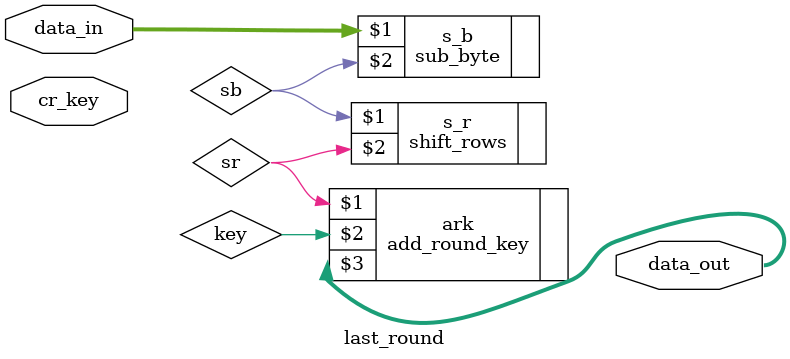
<source format=v>
module last_round(data_in,data_out,cr_key);
	input [127:0]data_in;
	input [127:0]cr_key; // key for the current round
	output [127:0]data_out;
	
	wire sb; //output of the substitute byte
	wire sr; //output of the shift row operation
	
	sub_byte s_b(data_in,sb);
	shift_rows s_r(sb,sr);
	add_round_key ark(sr, key, data_out);
	
	
endmodule 
</source>
